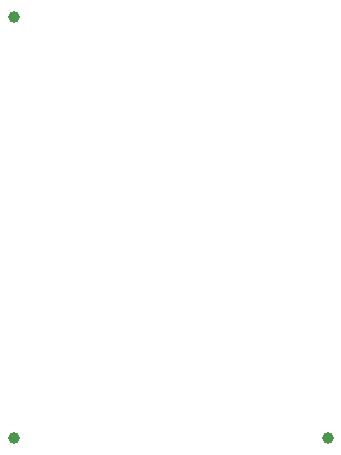
<source format=gbp>
%FSLAX25Y25*%
%MOIN*%
G70*
G01*
G75*
G04 Layer_Color=128*
%ADD10R,0.17716X0.17716*%
%ADD11O,0.02559X0.00984*%
%ADD12O,0.00984X0.02559*%
%ADD13R,0.08661X0.08661*%
%ADD14O,0.03150X0.01496*%
%ADD15O,0.01496X0.03150*%
%ADD16R,0.05315X0.03740*%
%ADD17R,0.11811X0.00039*%
%ADD18R,0.01575X0.01575*%
%ADD19R,0.03937X0.14961*%
%ADD20R,0.14961X0.03937*%
%ADD21R,0.17913X0.03937*%
%ADD22R,0.03937X0.17913*%
%ADD23R,0.03937X0.03543*%
%ADD24R,0.03150X0.03543*%
%ADD25R,0.01969X0.02362*%
%ADD26R,0.02362X0.01969*%
%ADD27C,0.03937*%
%ADD28C,0.01969*%
%ADD29C,0.01000*%
%ADD30C,0.03937*%
%ADD31C,0.00787*%
%ADD32C,0.01181*%
G04:AMPARAMS|DCode=33|XSize=18.11mil|YSize=66.44mil|CornerRadius=0mil|HoleSize=0mil|Usage=FLASHONLY|Rotation=214.500|XOffset=0mil|YOffset=0mil|HoleType=Round|Shape=Rectangle|*
%AMROTATEDRECTD33*
4,1,4,-0.01135,0.03251,0.02628,-0.02225,0.01135,-0.03251,-0.02628,0.02225,-0.01135,0.03251,0.0*
%
%ADD33ROTATEDRECTD33*%

%ADD34R,0.01811X0.07992*%
%ADD35R,0.12598X0.05079*%
%ADD36R,0.12598X0.04764*%
%ADD37R,0.08583X0.15590*%
%ADD38R,1.00709X0.04764*%
%ADD39R,0.36142X0.03937*%
%ADD40R,0.19193X0.05079*%
%ADD41R,0.04724X0.03150*%
%ADD42R,0.03937X0.02913*%
%ADD43R,0.35500X0.02000*%
%ADD44C,0.05906*%
%ADD45R,0.05906X0.05906*%
%ADD46R,0.05512X0.05512*%
%ADD47C,0.05512*%
%ADD48C,0.06000*%
%ADD49C,0.02598*%
%ADD50C,0.03150*%
%ADD51C,0.00984*%
%ADD52C,0.11811*%
D27*
X380500Y274000D02*
D03*
X276000D02*
D03*
Y414500D02*
D03*
M02*

</source>
